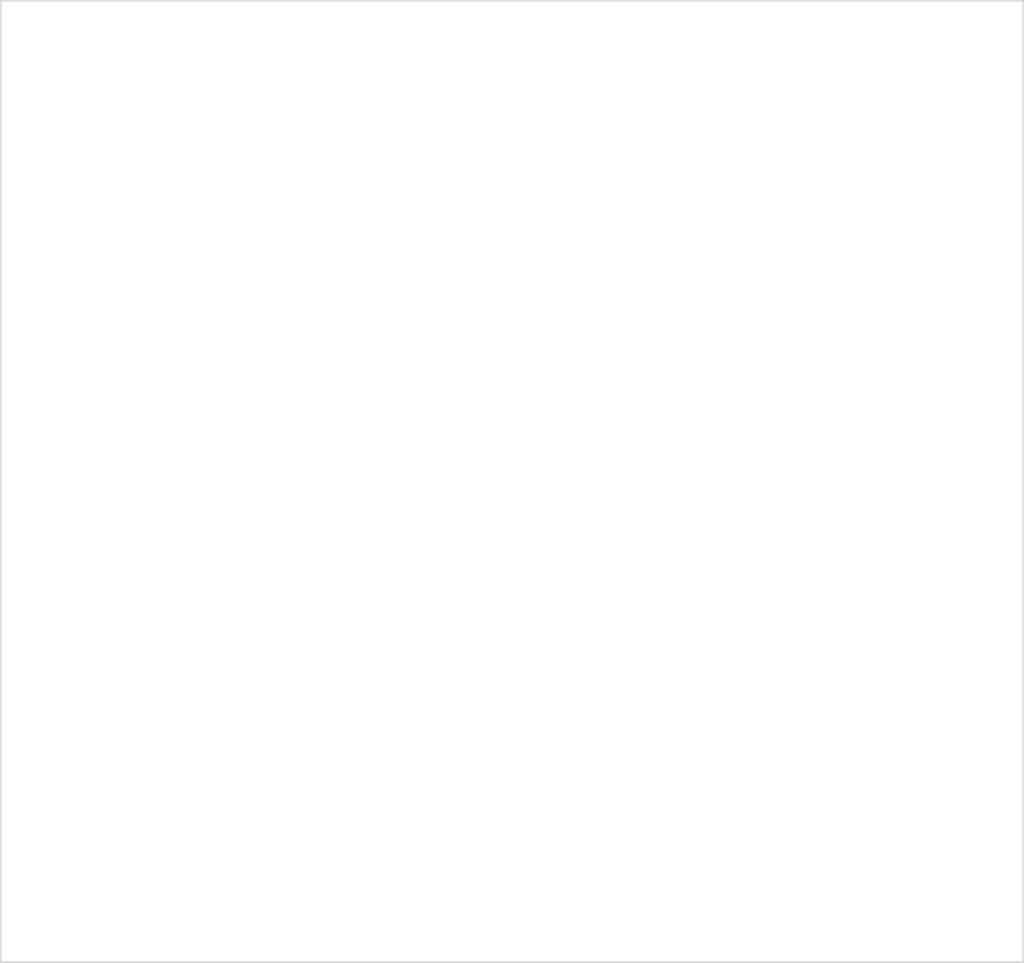
<source format=kicad_pcb>
(kicad_pcb (version 4) (host pcbnew 4.0.6)

  (general
    (links 0)
    (no_connects 0)
    (area 49.924999 49.924999 145.965001 140.245001)
    (thickness 1.6)
    (drawings 4)
    (tracks 0)
    (zones 0)
    (modules 0)
    (nets 1)
  )

  (page A4)
  (layers
    (0 F.Cu signal)
    (31 B.Cu signal)
    (32 B.Adhes user)
    (33 F.Adhes user)
    (34 B.Paste user)
    (35 F.Paste user)
    (36 B.SilkS user)
    (37 F.SilkS user)
    (38 B.Mask user)
    (39 F.Mask user)
    (40 Dwgs.User user)
    (41 Cmts.User user)
    (42 Eco1.User user)
    (43 Eco2.User user)
    (44 Edge.Cuts user)
    (45 Margin user)
    (46 B.CrtYd user)
    (47 F.CrtYd user)
    (48 B.Fab user)
    (49 F.Fab user)
  )

  (setup
    (last_trace_width 0.25)
    (trace_clearance 0.2)
    (zone_clearance 0.508)
    (zone_45_only no)
    (trace_min 0.2)
    (segment_width 0.2)
    (edge_width 0.15)
    (via_size 0.6)
    (via_drill 0.4)
    (via_min_size 0.4)
    (via_min_drill 0.3)
    (uvia_size 0.3)
    (uvia_drill 0.1)
    (uvias_allowed no)
    (uvia_min_size 0.2)
    (uvia_min_drill 0.1)
    (pcb_text_width 0.3)
    (pcb_text_size 1.5 1.5)
    (mod_edge_width 0.15)
    (mod_text_size 1 1)
    (mod_text_width 0.15)
    (pad_size 1.524 1.524)
    (pad_drill 0.762)
    (pad_to_mask_clearance 0.2)
    (aux_axis_origin 0 0)
    (visible_elements 7FFFFFFF)
    (pcbplotparams
      (layerselection 0x00030_80000001)
      (usegerberextensions false)
      (excludeedgelayer true)
      (linewidth 0.100000)
      (plotframeref false)
      (viasonmask false)
      (mode 1)
      (useauxorigin false)
      (hpglpennumber 1)
      (hpglpenspeed 20)
      (hpglpendiameter 15)
      (hpglpenoverlay 2)
      (psnegative false)
      (psa4output false)
      (plotreference true)
      (plotvalue true)
      (plotinvisibletext false)
      (padsonsilk false)
      (subtractmaskfromsilk false)
      (outputformat 1)
      (mirror false)
      (drillshape 1)
      (scaleselection 1)
      (outputdirectory ""))
  )

  (net 0 "")

  (net_class Default "Esta é a classe de net default."
    (clearance 0.2)
    (trace_width 0.25)
    (via_dia 0.6)
    (via_drill 0.4)
    (uvia_dia 0.3)
    (uvia_drill 0.1)
  )

  (gr_line (start 145.89 50) (end 50 50) (angle 90) (layer Edge.Cuts) (width 0.15))
  (gr_line (start 145.89 140.17) (end 145.89 50) (angle 90) (layer Edge.Cuts) (width 0.15))
  (gr_line (start 50 140.17) (end 145.89 140.17) (angle 90) (layer Edge.Cuts) (width 0.15))
  (gr_line (start 50 50) (end 50 140.17) (angle 90) (layer Edge.Cuts) (width 0.15))

)

</source>
